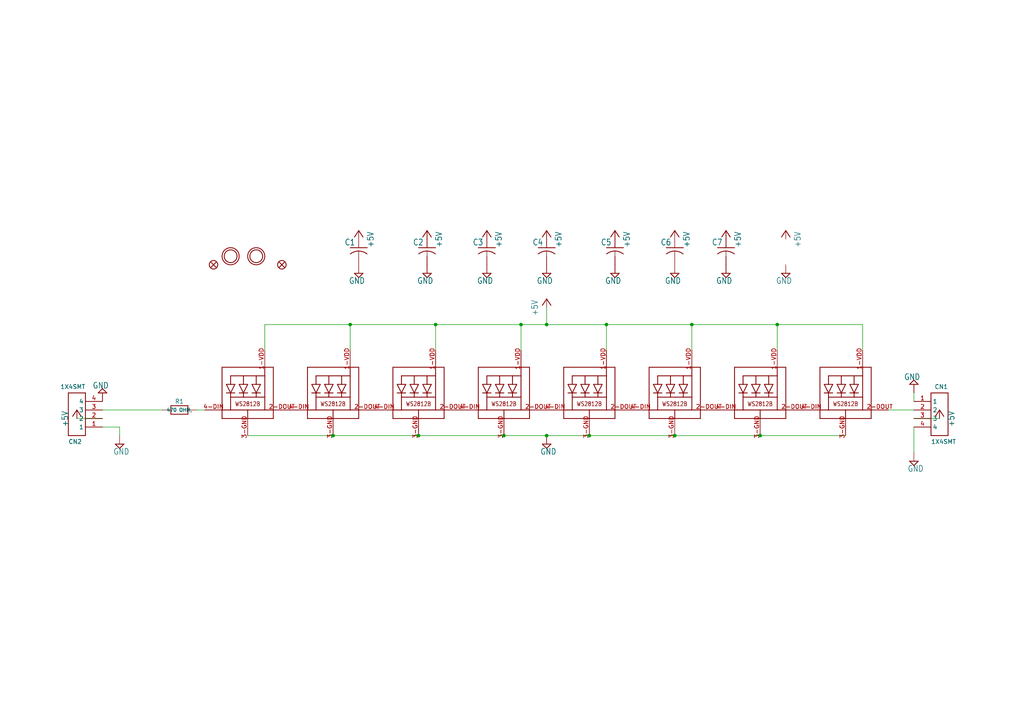
<source format=kicad_sch>
(kicad_sch (version 20230121) (generator eeschema)
  (paper "User" 304.521 210.007)
  (lib_symbols
    (symbol "working-eagle-import:+5V" (power)
      (property "Value" "+5V" (at -2.54 -5.08 90))
      (symbol "+5V_1_0"
        (polyline (pts (xy 0 0) (xy -1.27 -1.905)) (stroke (width 0.254)))
        (polyline (pts (xy 1.27 -1.905) (xy 0 0)) (stroke (width 0.254)))
        (pin power_in line (at 0 -2.54 90) (length 2.54) (name "+5V") (number "1"))
      )
    )
    (symbol "working-eagle-import:1X4SMT"
      (property "Reference" "CN" (at 5.08 7.62 0))
      (symbol "1X4SMT_1_0"
        (polyline (pts (xy 0 -7.62) (xy 0 5.08)) (stroke (width 0.254)))
        (polyline (pts (xy 0 5.08) (xy 5.08 5.08)) (stroke (width 0.254)))
        (polyline (pts (xy 5.08 -7.62) (xy 0 -7.62)) (stroke (width 0.254)))
        (polyline (pts (xy 5.08 5.08) (xy 5.08 -7.62)) (stroke (width 0.254)))
        (pin bidirectional line (at -5.08 2.54 0) (length 5.08) (name "1") (number "1"))
        (pin bidirectional line (at -5.08 0 0) (length 5.08) (name "2") (number "2"))
        (pin bidirectional line (at -5.08 -2.54 0) (length 5.08) (name "3") (number "3"))
        (pin bidirectional line (at -5.08 -5.08 0) (length 5.08) (name "4") (number "4"))
      )
    )
    (symbol "working-eagle-import:C-USC0805K"
      (property "Reference" "C" (at 1.016 0.635 0))
      (symbol "C-USC0805K_1_0"
        (arc (start 0 -1.0161) (mid -1.302 -1.2303) (end -2.4668 -1.8504) (stroke (width 0.254)))
        (polyline (pts (xy -2.54 0) (xy 2.54 0)) (stroke (width 0.254)))
        (polyline (pts (xy 0 -1.016) (xy 0 -2.54)) (stroke (width 0.1524)))
        (arc (start 2.4892 -1.8541) (mid 1.3158 -1.2194) (end 0 -1) (stroke (width 0.254)))
        (pin passive line (at 0 2.54 270) (length 2.54) (name "1") (number "1"))
        (pin passive line (at 0 -5.08 90) (length 2.54) (name "2") (number "2"))
      )
    )
    (symbol "working-eagle-import:FIDUCIAL{dblquote}{dblquote}"
      (symbol "FIDUCIAL{dblquote}{dblquote}_1_0"
        (polyline (pts (xy -0.762 0.762) (xy 0.762 -0.762)) (stroke (width 0.254)))
        (polyline (pts (xy 0.762 0.762) (xy -0.762 -0.762)) (stroke (width 0.254)))
        (circle (center 0 0) (radius 1.27) (stroke (width 0.254)))
      )
    )
    (symbol "working-eagle-import:GND" (power)
      (property "Value" "GND" (at -1.905 -3.175 0))
      (symbol "GND_1_0"
        (polyline (pts (xy -1.27 0) (xy 1.27 0)) (stroke (width 0.254)))
        (polyline (pts (xy 0 -1.27) (xy -1.27 0)) (stroke (width 0.254)))
        (polyline (pts (xy 1.27 0) (xy 0 -1.27)) (stroke (width 0.254)))
        (pin power_in line (at 0 2.54 270) (length 2.54) (name "GND") (number "1"))
      )
    )
    (symbol "working-eagle-import:MOUNTINGHOLE2.0"
      (symbol "MOUNTINGHOLE2.0_1_0"
        (circle (center 0 0) (radius 1.905) (stroke (width 0.254)))
        (circle (center 0 0) (radius 2.54) (stroke (width 0.254)))
      )
    )
    (symbol "working-eagle-import:RESISTOR_0805MP"
      (property "Reference" "R" (at 0 2.54 0))
      (symbol "RESISTOR_0805MP_1_0"
        (polyline (pts (xy -2.54 -1.27) (xy -2.54 1.27)) (stroke (width 0.254)))
        (polyline (pts (xy -2.54 1.27) (xy 2.54 1.27)) (stroke (width 0.254)))
        (polyline (pts (xy 2.54 -1.27) (xy -2.54 -1.27)) (stroke (width 0.254)))
        (polyline (pts (xy 2.54 1.27) (xy 2.54 -1.27)) (stroke (width 0.254)))
        (pin passive line (at -5.08 0 0) (length 2.54) (name "1") (number "1"))
        (pin passive line (at 5.08 0 180) (length 2.54) (name "2") (number "2"))
      )
    )
    (symbol "working-eagle-import:WS2812B5050"
      (symbol "WS2812B5050_1_0"
        (polyline (pts (xy -7.62 -5.08) (xy 0 -5.08)) (stroke (width 0.254)))
        (polyline (pts (xy -7.62 -2.54) (xy -7.62 -5.08)) (stroke (width 0.254)))
        (polyline (pts (xy -7.62 10.16) (xy -7.62 -2.54)) (stroke (width 0.254)))
        (polyline (pts (xy -6.35 2.54) (xy -5.08 2.54)) (stroke (width 0.254)))
        (polyline (pts (xy -6.35 5.08) (xy -5.08 5.08)) (stroke (width 0.254)))
        (polyline (pts (xy -5.08 -2.54) (xy -7.62 -2.54)) (stroke (width 0.254)))
        (polyline (pts (xy -5.08 -2.54) (xy 0 -2.54)) (stroke (width 0.254)))
        (polyline (pts (xy -5.08 1.27) (xy -5.08 -2.54)) (stroke (width 0.254)))
        (polyline (pts (xy -5.08 2.54) (xy -6.35 5.08)) (stroke (width 0.254)))
        (polyline (pts (xy -5.08 2.54) (xy -5.08 1.27)) (stroke (width 0.254)))
        (polyline (pts (xy -5.08 2.54) (xy -3.81 5.08)) (stroke (width 0.254)))
        (polyline (pts (xy -5.08 5.08) (xy -3.81 5.08)) (stroke (width 0.254)))
        (polyline (pts (xy -5.08 7.62) (xy -5.08 5.08)) (stroke (width 0.254)))
        (polyline (pts (xy -3.81 2.54) (xy -5.08 2.54)) (stroke (width 0.254)))
        (polyline (pts (xy -2.54 2.54) (xy -1.27 2.54)) (stroke (width 0.254)))
        (polyline (pts (xy -2.54 5.08) (xy 0 5.08)) (stroke (width 0.254)))
        (polyline (pts (xy -1.27 1.27) (xy -5.08 1.27)) (stroke (width 0.254)))
        (polyline (pts (xy -1.27 2.54) (xy -2.54 5.08)) (stroke (width 0.254)))
        (polyline (pts (xy -1.27 2.54) (xy -1.27 1.27)) (stroke (width 0.254)))
        (polyline (pts (xy -1.27 2.54) (xy 0 2.54)) (stroke (width 0.254)))
        (polyline (pts (xy -1.27 5.08) (xy -1.27 7.62)) (stroke (width 0.254)))
        (polyline (pts (xy -1.27 7.62) (xy -5.08 7.62)) (stroke (width 0.254)))
        (polyline (pts (xy 0 -5.08) (xy 7.62 -5.08)) (stroke (width 0.254)))
        (polyline (pts (xy 0 -2.54) (xy 0 -5.08)) (stroke (width 0.254)))
        (polyline (pts (xy 0 -2.54) (xy 5.08 -2.54)) (stroke (width 0.254)))
        (polyline (pts (xy 0 5.08) (xy -1.27 2.54)) (stroke (width 0.254)))
        (polyline (pts (xy 1.27 5.08) (xy 2.54 2.54)) (stroke (width 0.254)))
        (polyline (pts (xy 1.27 5.08) (xy 2.54 5.08)) (stroke (width 0.254)))
        (polyline (pts (xy 2.54 1.27) (xy -1.27 1.27)) (stroke (width 0.254)))
        (polyline (pts (xy 2.54 2.54) (xy 1.27 2.54)) (stroke (width 0.254)))
        (polyline (pts (xy 2.54 2.54) (xy 2.54 1.27)) (stroke (width 0.254)))
        (polyline (pts (xy 2.54 2.54) (xy 3.81 2.54)) (stroke (width 0.254)))
        (polyline (pts (xy 2.54 2.54) (xy 3.81 5.08)) (stroke (width 0.254)))
        (polyline (pts (xy 2.54 5.08) (xy 2.54 7.62)) (stroke (width 0.254)))
        (polyline (pts (xy 2.54 7.62) (xy -1.27 7.62)) (stroke (width 0.254)))
        (polyline (pts (xy 2.54 7.62) (xy 5.08 7.62)) (stroke (width 0.254)))
        (polyline (pts (xy 3.81 5.08) (xy 2.54 5.08)) (stroke (width 0.254)))
        (polyline (pts (xy 5.08 -2.54) (xy 5.08 1.27)) (stroke (width 0.254)))
        (polyline (pts (xy 5.08 -2.54) (xy 7.62 -2.54)) (stroke (width 0.254)))
        (polyline (pts (xy 5.08 1.27) (xy 2.54 1.27)) (stroke (width 0.254)))
        (polyline (pts (xy 5.08 7.62) (xy 5.08 1.27)) (stroke (width 0.254)))
        (polyline (pts (xy 5.08 10.16) (xy -7.62 10.16)) (stroke (width 0.254)))
        (polyline (pts (xy 5.08 10.16) (xy 5.08 7.62)) (stroke (width 0.254)))
        (polyline (pts (xy 7.62 -5.08) (xy 7.62 -2.54)) (stroke (width 0.254)))
        (polyline (pts (xy 7.62 -2.54) (xy 7.62 10.16)) (stroke (width 0.254)))
        (polyline (pts (xy 7.62 10.16) (xy 5.08 10.16)) (stroke (width 0.254)))
        (text "WS2812B" (at 3.81 0 0) (effects (font (size 1.27 1.0795)) (justify right top)))
        (pin power_in line (at 5.08 15.24 270) (length 5.08) (name "VDD") (number "1-VDD"))
        (pin output line (at 12.7 -2.54 180) (length 5.08) (name "DO") (number "2-DOUT"))
        (pin power_in line (at 0 -10.16 90) (length 5.08) (name "GND") (number "3-GND"))
        (pin input line (at -12.7 -2.54 0) (length 5.08) (name "DI") (number "4-DIN"))
      )
    )
  )
  (junction (at 231.14 96.52))
  (junction (at 149.86 129.54))
  (junction (at 205.74 96.52))
  (junction (at 162.56 96.52))
  (junction (at 226.06 129.54))
  (junction (at 175.26 129.54))
  (junction (at 180.34 96.52))
  (junction (at 200.66 129.54))
  (junction (at 162.56 129.54))
  (junction (at 129.54 96.52))
  (junction (at 104.14 96.52))
  (junction (at 124.46 129.54))
  (junction (at 154.94 96.52))
  (junction (at 99.06 129.54))
  (wire (pts (xy 271.78 134.62) (xy 271.78 127)) (stroke (width 0.1524)))
  (wire (pts (xy 256.54 96.52) (xy 256.54 104.14)) (stroke (width 0.1524)))
  (wire (pts (xy 162.56 91.44) (xy 162.56 96.52)) (stroke (width 0.1524)))
  (wire (pts (xy 129.54 96.52) (xy 129.54 104.14)) (stroke (width 0.1524)))
  (wire (pts (xy 154.94 96.52) (xy 162.56 96.52)) (stroke (width 0.1524)))
  (wire (pts (xy 205.74 96.52) (xy 231.14 96.52)) (stroke (width 0.1524)))
  (wire (pts (xy 162.56 96.52) (xy 180.34 96.52)) (stroke (width 0.1524)))
  (wire (pts (xy 78.74 104.14) (xy 78.74 96.52)) (stroke (width 0.1524)))
  (wire (pts (xy 22.86 124.46) (xy 30.48 124.46)) (stroke (width 0.1524)))
  (wire (pts (xy 200.66 129.54) (xy 226.06 129.54)) (stroke (width 0.1524)))
  (wire (pts (xy 180.34 96.52) (xy 180.34 104.14)) (stroke (width 0.1524)))
  (wire (pts (xy 104.14 96.52) (xy 129.54 96.52)) (stroke (width 0.1524)))
  (wire (pts (xy 231.14 96.52) (xy 231.14 104.14)) (stroke (width 0.1524)))
  (wire (pts (xy 162.56 129.54) (xy 175.26 129.54)) (stroke (width 0.1524)))
  (wire (pts (xy 73.66 129.54) (xy 99.06 129.54)) (stroke (width 0.1524)))
  (wire (pts (xy 30.48 121.92) (xy 48.26 121.92)) (stroke (width 0.1524)))
  (wire (pts (xy 124.46 129.54) (xy 149.86 129.54)) (stroke (width 0.1524)))
  (wire (pts (xy 104.14 104.14) (xy 104.14 96.52)) (stroke (width 0.1524)))
  (wire (pts (xy 279.4 124.46) (xy 271.78 124.46)) (stroke (width 0.1524)))
  (wire (pts (xy 271.78 121.92) (xy 264.16 121.92)) (stroke (width 0.1524)))
  (wire (pts (xy 175.26 129.54) (xy 200.66 129.54)) (stroke (width 0.1524)))
  (wire (pts (xy 35.56 127) (xy 35.56 129.54)) (stroke (width 0.1524)))
  (wire (pts (xy 149.86 129.54) (xy 162.56 129.54)) (stroke (width 0.1524)))
  (wire (pts (xy 58.42 121.92) (xy 60.96 121.92)) (stroke (width 0.1524)))
  (wire (pts (xy 271.78 119.38) (xy 271.78 116.84)) (stroke (width 0.1524)))
  (wire (pts (xy 205.74 104.14) (xy 205.74 96.52)) (stroke (width 0.1524)))
  (wire (pts (xy 180.34 96.52) (xy 205.74 96.52)) (stroke (width 0.1524)))
  (wire (pts (xy 129.54 96.52) (xy 154.94 96.52)) (stroke (width 0.1524)))
  (wire (pts (xy 30.48 127) (xy 35.56 127)) (stroke (width 0.1524)))
  (wire (pts (xy 231.14 96.52) (xy 256.54 96.52)) (stroke (width 0.1524)))
  (wire (pts (xy 226.06 129.54) (xy 251.46 129.54)) (stroke (width 0.1524)))
  (wire (pts (xy 154.94 96.52) (xy 154.94 104.14)) (stroke (width 0.1524)))
  (wire (pts (xy 99.06 129.54) (xy 124.46 129.54)) (stroke (width 0.1524)))
  (wire (pts (xy 78.74 96.52) (xy 104.14 96.52)) (stroke (width 0.1524)))
  (symbol (lib_id "working-eagle-import:RESISTOR_0805MP") (at 53.34 121.92 0) (unit 1)
    (property "Reference" "R1" (at 53.34 119.38 0))
    (property "Value" "470 OHM," (at 53.34 121.92 0) (effects (font (size 1.016 1.016) bold)))
    (property "Footprint" "working:_0805MP" (effects hide))
  )
  (symbol (lib_id "working-eagle-import:C-USC0805K") (at 106.68 73.66 0) (mirror y) (unit 1)
    (property "Reference" "C1" (at 105.664 73.025 0) (effects (font (size 1.778 1.5113)) (justify left bottom)))
    (property "Value" "C-USC0805K" (effects hide))
    (property "Footprint" "working:C0805K" (effects hide))
  )
  (symbol (lib_id "working-eagle-import:GND") (at 271.78 137.16 0) (unit 1)
    (property "Reference" "#SUPPLY9" (effects hide))
    (property "Value" "GND" (at 269.875 140.335 0) (effects (font (size 1.778 1.5113)) (justify left bottom)))
  )
  (symbol (lib_id "working-eagle-import:GND") (at 182.88 81.28 0) (mirror y) (unit 1)
    (property "Reference" "#SUPPLY14" (effects hide))
    (property "Value" "GND" (at 184.785 84.455 0) (effects (font (size 1.778 1.5113)) (justify left bottom)))
  )
  (symbol (lib_id "working-eagle-import:GND") (at 162.56 132.08 0) (unit 1)
    (property "Reference" "#SUPPLY3" (effects hide))
    (property "Value" "GND" (at 160.655 135.255 0) (effects (font (size 1.778 1.5113)) (justify left bottom)))
  )
  (symbol (lib_id "working-eagle-import:FIDUCIAL{dblquote}{dblquote}") (at 63.5 78.74 0) (unit 1)
    (property "Reference" "FID1" (effects hide))
    (property "Value" "FIDUCIAL{dblquote}{dblquote}" (effects hide))
    (property "Footprint" "working:FIDUCIAL_1MM" (effects hide))
  )
  (symbol (lib_id "working-eagle-import:+5V") (at 200.66 68.58 0) (mirror y) (unit 1)
    (property "Reference" "#P+8" (effects hide))
    (property "Value" "+5V" (at 203.2 73.66 90) (effects (font (size 1.778 1.5113)) (justify left bottom)))
  )
  (symbol (lib_id "working-eagle-import:WS2812B5050") (at 149.86 119.38 0) (unit 1)
    (property "Reference" "LED4" (effects hide))
    (property "Value" "WS2812B5050" (effects hide))
    (property "Footprint" "working:WS2812B" (effects hide))
  )
  (symbol (lib_id "working-eagle-import:GND") (at 233.68 81.28 0) (mirror y) (unit 1)
    (property "Reference" "#SUPPLY17" (effects hide))
    (property "Value" "GND" (at 235.585 84.455 0) (effects (font (size 1.778 1.5113)) (justify left bottom)))
  )
  (symbol (lib_id "working-eagle-import:+5V") (at 162.56 68.58 0) (mirror y) (unit 1)
    (property "Reference" "#P+6" (effects hide))
    (property "Value" "+5V" (at 165.1 73.66 90) (effects (font (size 1.778 1.5113)) (justify left bottom)))
  )
  (symbol (lib_id "working-eagle-import:+5V") (at 162.56 88.9 0) (unit 1)
    (property "Reference" "#P+2" (effects hide))
    (property "Value" "+5V" (at 160.02 93.98 90) (effects (font (size 1.778 1.5113)) (justify left bottom)))
  )
  (symbol (lib_id "working-eagle-import:WS2812B5050") (at 99.06 119.38 0) (unit 1)
    (property "Reference" "LED2" (effects hide))
    (property "Value" "WS2812B5050" (effects hide))
    (property "Footprint" "working:WS2812B" (effects hide))
  )
  (symbol (lib_id "working-eagle-import:GND") (at 106.68 81.28 0) (mirror y) (unit 1)
    (property "Reference" "#SUPPLY10" (effects hide))
    (property "Value" "GND" (at 108.585 84.455 0) (effects (font (size 1.778 1.5113)) (justify left bottom)))
  )
  (symbol (lib_id "working-eagle-import:+5V") (at 127 68.58 0) (mirror y) (unit 1)
    (property "Reference" "#P+4" (effects hide))
    (property "Value" "+5V" (at 129.54 73.66 90) (effects (font (size 1.778 1.5113)) (justify left bottom)))
  )
  (symbol (lib_id "working-eagle-import:WS2812B5050") (at 251.46 119.38 0) (unit 1)
    (property "Reference" "LED8" (effects hide))
    (property "Value" "WS2812B5050" (effects hide))
    (property "Footprint" "working:WS2812B" (effects hide))
  )
  (symbol (lib_id "working-eagle-import:C-USC0805K") (at 182.88 73.66 0) (mirror y) (unit 1)
    (property "Reference" "C5" (at 181.864 73.025 0) (effects (font (size 1.778 1.5113)) (justify left bottom)))
    (property "Value" "C-USC0805K" (effects hide))
    (property "Footprint" "working:C0805K" (effects hide))
  )
  (symbol (lib_id "working-eagle-import:MOUNTINGHOLE2.0") (at 76.2 76.2 0) (unit 1)
    (property "Reference" "U$2" (effects hide))
    (property "Value" "MOUNTINGHOLE2.0" (effects hide))
    (property "Footprint" "working:MOUNTINGHOLE_2.0_PLATED" (effects hide))
  )
  (symbol (lib_id "working-eagle-import:WS2812B5050") (at 200.66 119.38 0) (unit 1)
    (property "Reference" "LED6" (effects hide))
    (property "Value" "WS2812B5050" (effects hide))
    (property "Footprint" "working:WS2812B" (effects hide))
  )
  (symbol (lib_id "working-eagle-import:GND") (at 144.78 81.28 0) (mirror y) (unit 1)
    (property "Reference" "#SUPPLY12" (effects hide))
    (property "Value" "GND" (at 146.685 84.455 0) (effects (font (size 1.778 1.5113)) (justify left bottom)))
  )
  (symbol (lib_id "working-eagle-import:GND") (at 35.56 132.08 0) (unit 1)
    (property "Reference" "#SUPPLY7" (effects hide))
    (property "Value" "GND" (at 33.655 135.255 0) (effects (font (size 1.778 1.5113)) (justify left bottom)))
  )
  (symbol (lib_id "working-eagle-import:C-USC0805K") (at 127 73.66 0) (mirror y) (unit 1)
    (property "Reference" "C2" (at 125.984 73.025 0) (effects (font (size 1.778 1.5113)) (justify left bottom)))
    (property "Value" "C-USC0805K" (effects hide))
    (property "Footprint" "working:C0805K" (effects hide))
  )
  (symbol (lib_id "working-eagle-import:GND") (at 200.66 81.28 0) (mirror y) (unit 1)
    (property "Reference" "#SUPPLY15" (effects hide))
    (property "Value" "GND" (at 202.565 84.455 0) (effects (font (size 1.778 1.5113)) (justify left bottom)))
  )
  (symbol (lib_id "working-eagle-import:+5V") (at 22.86 121.92 0) (unit 1)
    (property "Reference" "#P+11" (effects hide))
    (property "Value" "+5V" (at 20.32 127 90) (effects (font (size 1.778 1.5113)) (justify left bottom)))
  )
  (symbol (lib_id "working-eagle-import:GND") (at 30.48 116.84 180) (unit 1)
    (property "Reference" "#SUPPLY2" (effects hide))
    (property "Value" "GND" (at 32.385 113.665 0) (effects (font (size 1.778 1.5113)) (justify left bottom)))
  )
  (symbol (lib_id "working-eagle-import:+5V") (at 215.9 68.58 0) (mirror y) (unit 1)
    (property "Reference" "#P+9" (effects hide))
    (property "Value" "+5V" (at 218.44 73.66 90) (effects (font (size 1.778 1.5113)) (justify left bottom)))
  )
  (symbol (lib_id "working-eagle-import:WS2812B5050") (at 226.06 119.38 0) (unit 1)
    (property "Reference" "LED7" (effects hide))
    (property "Value" "WS2812B5050" (effects hide))
    (property "Footprint" "working:WS2812B" (effects hide))
  )
  (symbol (lib_id "working-eagle-import:C-USC0805K") (at 215.9 73.66 0) (mirror y) (unit 1)
    (property "Reference" "C7" (at 214.884 73.025 0) (effects (font (size 1.778 1.5113)) (justify left bottom)))
    (property "Value" "C-USC0805K" (effects hide))
    (property "Footprint" "working:C0805K" (effects hide))
  )
  (symbol (lib_id "working-eagle-import:GND") (at 162.56 81.28 0) (mirror y) (unit 1)
    (property "Reference" "#SUPPLY13" (effects hide))
    (property "Value" "GND" (at 164.465 84.455 0) (effects (font (size 1.778 1.5113)) (justify left bottom)))
  )
  (symbol (lib_id "working-eagle-import:1X4SMT") (at 25.4 124.46 180) (unit 1)
    (property "Reference" "CN2" (at 20.32 132.08 0) (effects (justify right top)))
    (property "Value" "1X4SMT" (at 25.4 114.3 0) (effects (justify left bottom)))
    (property "Footprint" "working:1X4-SMT" (effects hide))
  )
  (symbol (lib_id "working-eagle-import:C-USC0805K") (at 144.78 73.66 0) (mirror y) (unit 1)
    (property "Reference" "C3" (at 143.764 73.025 0) (effects (font (size 1.778 1.5113)) (justify left bottom)))
    (property "Value" "C-USC0805K" (effects hide))
    (property "Footprint" "working:C0805K" (effects hide))
  )
  (symbol (lib_id "working-eagle-import:WS2812B5050") (at 175.26 119.38 0) (unit 1)
    (property "Reference" "LED5" (effects hide))
    (property "Value" "WS2812B5050" (effects hide))
    (property "Footprint" "working:WS2812B" (effects hide))
  )
  (symbol (lib_id "working-eagle-import:GND") (at 271.78 114.3 180) (unit 1)
    (property "Reference" "#SUPPLY1" (effects hide))
    (property "Value" "GND" (at 273.685 111.125 0) (effects (font (size 1.778 1.5113)) (justify left bottom)))
  )
  (symbol (lib_id "working-eagle-import:+5V") (at 106.68 68.58 0) (mirror y) (unit 1)
    (property "Reference" "#P+3" (effects hide))
    (property "Value" "+5V" (at 109.22 73.66 90) (effects (font (size 1.778 1.5113)) (justify left bottom)))
  )
  (symbol (lib_id "working-eagle-import:C-USC0805K") (at 200.66 73.66 0) (mirror y) (unit 1)
    (property "Reference" "C6" (at 199.644 73.025 0) (effects (font (size 1.778 1.5113)) (justify left bottom)))
    (property "Value" "C-USC0805K" (effects hide))
    (property "Footprint" "working:C0805K" (effects hide))
  )
  (symbol (lib_id "working-eagle-import:+5V") (at 279.4 121.92 0) (mirror y) (unit 1)
    (property "Reference" "#P+1" (effects hide))
    (property "Value" "+5V" (at 281.94 127 90) (effects (font (size 1.778 1.5113)) (justify left bottom)))
  )
  (symbol (lib_id "working-eagle-import:WS2812B5050") (at 124.46 119.38 0) (unit 1)
    (property "Reference" "LED3" (effects hide))
    (property "Value" "WS2812B5050" (effects hide))
    (property "Footprint" "working:WS2812B" (effects hide))
  )
  (symbol (lib_id "working-eagle-import:FIDUCIAL{dblquote}{dblquote}") (at 83.82 78.74 0) (unit 1)
    (property "Reference" "FID3" (effects hide))
    (property "Value" "FIDUCIAL{dblquote}{dblquote}" (effects hide))
    (property "Footprint" "working:FIDUCIAL_1MM" (effects hide))
  )
  (symbol (lib_id "working-eagle-import:GND") (at 215.9 81.28 0) (mirror y) (unit 1)
    (property "Reference" "#SUPPLY16" (effects hide))
    (property "Value" "GND" (at 217.805 84.455 0) (effects (font (size 1.778 1.5113)) (justify left bottom)))
  )
  (symbol (lib_id "working-eagle-import:MOUNTINGHOLE2.0") (at 68.58 76.2 0) (unit 1)
    (property "Reference" "U$3" (effects hide))
    (property "Value" "MOUNTINGHOLE2.0" (effects hide))
    (property "Footprint" "working:MOUNTINGHOLE_2.0_PLATED" (effects hide))
  )
  (symbol (lib_id "working-eagle-import:WS2812B5050") (at 73.66 119.38 0) (unit 1)
    (property "Reference" "LED1" (effects hide))
    (property "Value" "WS2812B5050" (effects hide))
    (property "Footprint" "working:WS2812B" (effects hide))
  )
  (symbol (lib_id "working-eagle-import:C-USC0805K") (at 162.56 73.66 0) (mirror y) (unit 1)
    (property "Reference" "C4" (at 161.544 73.025 0) (effects (font (size 1.778 1.5113)) (justify left bottom)))
    (property "Value" "C-USC0805K" (effects hide))
    (property "Footprint" "working:C0805K" (effects hide))
  )
  (symbol (lib_id "working-eagle-import:+5V") (at 144.78 68.58 0) (mirror y) (unit 1)
    (property "Reference" "#P+5" (effects hide))
    (property "Value" "+5V" (at 147.32 73.66 90) (effects (font (size 1.778 1.5113)) (justify left bottom)))
  )
  (symbol (lib_id "working-eagle-import:GND") (at 127 81.28 0) (mirror y) (unit 1)
    (property "Reference" "#SUPPLY11" (effects hide))
    (property "Value" "GND" (at 128.905 84.455 0) (effects (font (size 1.778 1.5113)) (justify left bottom)))
  )
  (symbol (lib_id "working-eagle-import:+5V") (at 233.68 68.58 0) (mirror y) (unit 1)
    (property "Reference" "#P+10" (effects hide))
    (property "Value" "+5V" (at 236.22 73.66 90) (effects (font (size 1.778 1.5113)) (justify left bottom)))
  )
  (symbol (lib_id "working-eagle-import:1X4SMT") (at 276.86 121.92 0) (unit 1)
    (property "Reference" "CN1" (at 281.94 114.3 0) (effects (justify right top)))
    (property "Value" "1X4SMT" (at 276.86 132.08 0) (effects (justify left bottom)))
    (property "Footprint" "working:1X4-SMT" (effects hide))
  )
  (symbol (lib_id "working-eagle-import:+5V") (at 182.88 68.58 0) (mirror y) (unit 1)
    (property "Reference" "#P+7" (effects hide))
    (property "Value" "+5V" (at 185.42 73.66 90) (effects (font (size 1.778 1.5113)) (justify left bottom)))
  )
)
</source>
